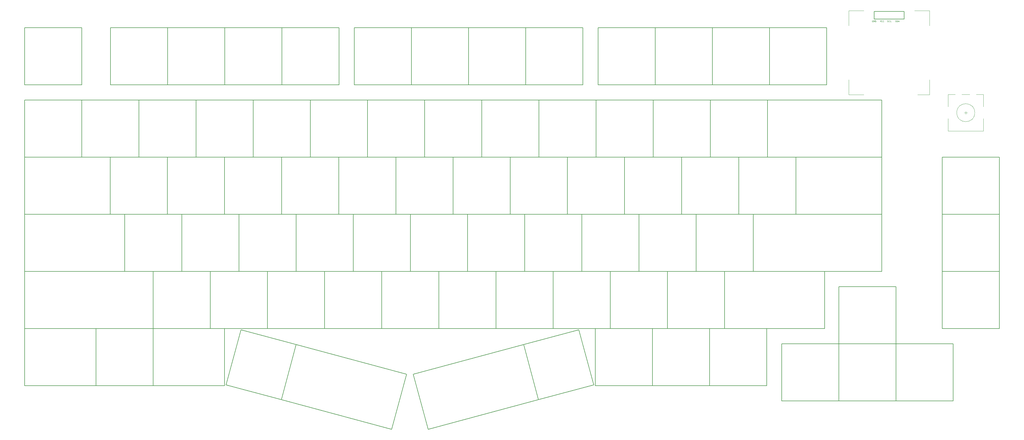
<source format=gbr>
%TF.GenerationSoftware,KiCad,Pcbnew,(5.1.10)-1*%
%TF.CreationDate,2022-01-11T00:39:54+01:00*%
%TF.ProjectId,middle,6d696464-6c65-42e6-9b69-6361645f7063,rev?*%
%TF.SameCoordinates,Original*%
%TF.FileFunction,Legend,Top*%
%TF.FilePolarity,Positive*%
%FSLAX46Y46*%
G04 Gerber Fmt 4.6, Leading zero omitted, Abs format (unit mm)*
G04 Created by KiCad (PCBNEW (5.1.10)-1) date 2022-01-11 00:39:54*
%MOMM*%
%LPD*%
G01*
G04 APERTURE LIST*
%ADD10C,0.150000*%
%ADD11C,0.120000*%
%ADD12C,0.100000*%
G04 APERTURE END LIST*
D10*
%TO.C,KE0*%
X56890000Y-166388999D02*
X99752500Y-166388999D01*
X56890000Y-185438999D02*
X56890000Y-166388999D01*
X99752500Y-166388999D02*
X99752500Y-185438999D01*
X99752500Y-185438999D02*
X56890000Y-185438999D01*
%TO.C,KD12*%
X299777499Y-147338999D02*
X342639999Y-147338999D01*
X299777499Y-166388999D02*
X299777499Y-147338999D01*
X342639999Y-147338999D02*
X342639999Y-166388999D01*
X342639999Y-166388999D02*
X299777499Y-166388999D01*
%TO.C,KB13*%
X342639999Y-128288999D02*
X304539999Y-128288999D01*
X304539999Y-128288999D02*
X304539999Y-109238999D01*
X304539999Y-109238999D02*
X342639999Y-109238999D01*
X342639999Y-109238999D02*
X342639999Y-128288999D01*
%TO.C,KF4*%
X179268929Y-219040953D02*
X142467155Y-209179947D01*
X142467155Y-209179947D02*
X147397658Y-190779060D01*
X147397658Y-190779060D02*
X184199432Y-200640066D01*
X184199432Y-200640066D02*
X179268929Y-219040953D01*
%TO.C,KF5*%
X228200344Y-209179947D02*
X191398570Y-219040953D01*
X191398570Y-219040953D02*
X186468067Y-200640066D01*
X186468067Y-200640066D02*
X223269841Y-190779060D01*
X223269841Y-190779060D02*
X228200344Y-209179947D01*
%TO.C,KC0*%
X85465000Y-147338999D02*
X56890000Y-147338999D01*
X56890000Y-128288999D02*
X85465000Y-128288999D01*
X56890000Y-147338999D02*
X56890000Y-128288999D01*
X85465000Y-128288999D02*
X85465000Y-147338999D01*
%TO.C,KC13*%
X342639999Y-147338999D02*
X314064999Y-147338999D01*
X314064999Y-128288999D02*
X342639999Y-128288999D01*
X314064999Y-147338999D02*
X314064999Y-128288999D01*
X342639999Y-128288999D02*
X342639999Y-147338999D01*
%TO.C,KD0*%
X56890000Y-166388999D02*
X56890000Y-147338999D01*
X90227500Y-166388999D02*
X56890000Y-166388999D01*
X56890000Y-147338999D02*
X90227500Y-147338999D01*
X90227500Y-147338999D02*
X90227500Y-166388999D01*
%TO.C,KE11*%
X290252499Y-185439000D02*
X290252499Y-166389000D01*
X323589999Y-185439000D02*
X290252499Y-185439000D01*
X290252499Y-166389000D02*
X323589999Y-166389000D01*
X323589999Y-166389000D02*
X323589999Y-185439000D01*
%TO.C,KF0*%
X80702500Y-185439000D02*
X80702500Y-204489000D01*
X56890000Y-204489000D02*
X56890000Y-185439000D01*
X56890000Y-185439000D02*
X80702500Y-185439000D01*
X56890000Y-204489000D02*
X80702500Y-204489000D01*
%TO.C,KF2*%
X123564999Y-185439000D02*
X123564999Y-204489000D01*
X99752499Y-204489000D02*
X99752499Y-185439000D01*
X99752499Y-185439000D02*
X123564999Y-185439000D01*
X99752499Y-204489000D02*
X123564999Y-204489000D01*
%TO.C,KA11*%
X305189999Y-104188999D02*
X286139999Y-104188999D01*
X305189999Y-85138999D02*
X305189999Y-104188999D01*
X286139999Y-104188999D02*
X286139999Y-85138999D01*
X286139999Y-85138999D02*
X305189999Y-85138999D01*
%TO.C,KA0*%
X75940000Y-104188999D02*
X56890000Y-104188999D01*
X75940000Y-85138999D02*
X75940000Y-104188999D01*
X56890000Y-104188999D02*
X56890000Y-85138999D01*
X56890000Y-85138999D02*
X75940000Y-85138999D01*
%TO.C,KA1*%
X104590000Y-104188999D02*
X85540000Y-104188999D01*
X104590000Y-85138999D02*
X104590000Y-104188999D01*
X85540000Y-104188999D02*
X85540000Y-85138999D01*
X85540000Y-85138999D02*
X104590000Y-85138999D01*
%TO.C,KA2*%
X123639999Y-104188999D02*
X104589999Y-104188999D01*
X123639999Y-85138999D02*
X123639999Y-104188999D01*
X104589999Y-104188999D02*
X104589999Y-85138999D01*
X104589999Y-85138999D02*
X123639999Y-85138999D01*
%TO.C,KA3*%
X142690000Y-104188999D02*
X123640000Y-104188999D01*
X142690000Y-85138999D02*
X142690000Y-104188999D01*
X123640000Y-104188999D02*
X123640000Y-85138999D01*
X123640000Y-85138999D02*
X142690000Y-85138999D01*
%TO.C,KA4*%
X161740000Y-104188999D02*
X142690000Y-104188999D01*
X161740000Y-85138999D02*
X161740000Y-104188999D01*
X142690000Y-104188999D02*
X142690000Y-85138999D01*
X142690000Y-85138999D02*
X161740000Y-85138999D01*
%TO.C,KA5*%
X185840000Y-104188999D02*
X166790000Y-104188999D01*
X185840000Y-85138999D02*
X185840000Y-104188999D01*
X166790000Y-104188999D02*
X166790000Y-85138999D01*
X166790000Y-85138999D02*
X185840000Y-85138999D01*
%TO.C,KA6*%
X204890000Y-104188999D02*
X185840000Y-104188999D01*
X204890000Y-85138999D02*
X204890000Y-104188999D01*
X185840000Y-104188999D02*
X185840000Y-85138999D01*
X185840000Y-85138999D02*
X204890000Y-85138999D01*
%TO.C,KA7*%
X223940000Y-104188999D02*
X204890000Y-104188999D01*
X223940000Y-85138999D02*
X223940000Y-104188999D01*
X204890000Y-104188999D02*
X204890000Y-85138999D01*
X204890000Y-85138999D02*
X223940000Y-85138999D01*
%TO.C,KA8*%
X242989999Y-104188999D02*
X223939999Y-104188999D01*
X242989999Y-85138999D02*
X242989999Y-104188999D01*
X223939999Y-104188999D02*
X223939999Y-85138999D01*
X223939999Y-85138999D02*
X242989999Y-85138999D01*
%TO.C,KA9*%
X267089999Y-104188999D02*
X248039999Y-104188999D01*
X267089999Y-85138999D02*
X267089999Y-104188999D01*
X248039999Y-104188999D02*
X248039999Y-85138999D01*
X248039999Y-85138999D02*
X267089999Y-85138999D01*
%TO.C,KA10*%
X286139999Y-104188999D02*
X267089999Y-104188999D01*
X286139999Y-85138999D02*
X286139999Y-104188999D01*
X267089999Y-104188999D02*
X267089999Y-85138999D01*
X267089999Y-85138999D02*
X286139999Y-85138999D01*
%TO.C,KA12*%
X324239999Y-104188999D02*
X305189999Y-104188999D01*
X324239999Y-85138999D02*
X324239999Y-104188999D01*
X305189999Y-104188999D02*
X305189999Y-85138999D01*
X305189999Y-85138999D02*
X324239999Y-85138999D01*
%TO.C,KB0*%
X75940000Y-128288999D02*
X56890000Y-128288999D01*
X75940000Y-109238999D02*
X75940000Y-128288999D01*
X56890000Y-128288999D02*
X56890000Y-109238999D01*
X56890000Y-109238999D02*
X75940000Y-109238999D01*
%TO.C,KB1*%
X94989999Y-128288999D02*
X75939999Y-128288999D01*
X94989999Y-109238999D02*
X94989999Y-128288999D01*
X75939999Y-128288999D02*
X75939999Y-109238999D01*
X75939999Y-109238999D02*
X94989999Y-109238999D01*
%TO.C,KB2*%
X114039999Y-128288999D02*
X94989999Y-128288999D01*
X114039999Y-109238999D02*
X114039999Y-128288999D01*
X94989999Y-128288999D02*
X94989999Y-109238999D01*
X94989999Y-109238999D02*
X114039999Y-109238999D01*
%TO.C,KB3*%
X133090000Y-128288999D02*
X114040000Y-128288999D01*
X133090000Y-109238999D02*
X133090000Y-128288999D01*
X114040000Y-128288999D02*
X114040000Y-109238999D01*
X114040000Y-109238999D02*
X133090000Y-109238999D01*
%TO.C,KB4*%
X152140000Y-128288999D02*
X133090000Y-128288999D01*
X152140000Y-109238999D02*
X152140000Y-128288999D01*
X133090000Y-128288999D02*
X133090000Y-109238999D01*
X133090000Y-109238999D02*
X152140000Y-109238999D01*
%TO.C,KB5*%
X171190000Y-128288999D02*
X152140000Y-128288999D01*
X171190000Y-109238999D02*
X171190000Y-128288999D01*
X152140000Y-128288999D02*
X152140000Y-109238999D01*
X152140000Y-109238999D02*
X171190000Y-109238999D01*
%TO.C,KB6*%
X190240000Y-128288999D02*
X171190000Y-128288999D01*
X190240000Y-109238999D02*
X190240000Y-128288999D01*
X171190000Y-128288999D02*
X171190000Y-109238999D01*
X171190000Y-109238999D02*
X190240000Y-109238999D01*
%TO.C,KB7*%
X209290000Y-128288999D02*
X190240000Y-128288999D01*
X209290000Y-109238999D02*
X209290000Y-128288999D01*
X190240000Y-128288999D02*
X190240000Y-109238999D01*
X190240000Y-109238999D02*
X209290000Y-109238999D01*
%TO.C,KB8*%
X228340000Y-128288999D02*
X209290000Y-128288999D01*
X228340000Y-109238999D02*
X228340000Y-128288999D01*
X209290000Y-128288999D02*
X209290000Y-109238999D01*
X209290000Y-109238999D02*
X228340000Y-109238999D01*
%TO.C,KB9*%
X247390000Y-128288999D02*
X228340000Y-128288999D01*
X247390000Y-109238999D02*
X247390000Y-128288999D01*
X228340000Y-128288999D02*
X228340000Y-109238999D01*
X228340000Y-109238999D02*
X247390000Y-109238999D01*
%TO.C,KB10*%
X266440000Y-128288999D02*
X247390000Y-128288999D01*
X266440000Y-109238999D02*
X266440000Y-128288999D01*
X247390000Y-128288999D02*
X247390000Y-109238999D01*
X247390000Y-109238999D02*
X266440000Y-109238999D01*
%TO.C,KB11*%
X285489999Y-128288999D02*
X266439999Y-128288999D01*
X285489999Y-109238999D02*
X285489999Y-128288999D01*
X266439999Y-128288999D02*
X266439999Y-109238999D01*
X266439999Y-109238999D02*
X285489999Y-109238999D01*
%TO.C,KB12*%
X304539999Y-128288999D02*
X285489999Y-128288999D01*
X304539999Y-109238999D02*
X304539999Y-128288999D01*
X285489999Y-128288999D02*
X285489999Y-109238999D01*
X285489999Y-109238999D02*
X304539999Y-109238999D01*
%TO.C,KC1*%
X104515000Y-147338999D02*
X85465000Y-147338999D01*
X104515000Y-128288999D02*
X104515000Y-147338999D01*
X85465000Y-147338999D02*
X85465000Y-128288999D01*
X85465000Y-128288999D02*
X104515000Y-128288999D01*
%TO.C,KC2*%
X123565000Y-147338999D02*
X104515000Y-147338999D01*
X123565000Y-128288999D02*
X123565000Y-147338999D01*
X104515000Y-147338999D02*
X104515000Y-128288999D01*
X104515000Y-128288999D02*
X123565000Y-128288999D01*
%TO.C,KC3*%
X142615000Y-147338999D02*
X123565000Y-147338999D01*
X142615000Y-128288999D02*
X142615000Y-147338999D01*
X123565000Y-147338999D02*
X123565000Y-128288999D01*
X123565000Y-128288999D02*
X142615000Y-128288999D01*
%TO.C,KC4*%
X161665000Y-147338999D02*
X142615000Y-147338999D01*
X161665000Y-128288999D02*
X161665000Y-147338999D01*
X142615000Y-147338999D02*
X142615000Y-128288999D01*
X142615000Y-128288999D02*
X161665000Y-128288999D01*
%TO.C,KC5*%
X180715000Y-147338999D02*
X161665000Y-147338999D01*
X180715000Y-128288999D02*
X180715000Y-147338999D01*
X161665000Y-147338999D02*
X161665000Y-128288999D01*
X161665000Y-128288999D02*
X180715000Y-128288999D01*
%TO.C,KC6*%
X199765000Y-147338999D02*
X180715000Y-147338999D01*
X199765000Y-128288999D02*
X199765000Y-147338999D01*
X180715000Y-147338999D02*
X180715000Y-128288999D01*
X180715000Y-128288999D02*
X199765000Y-128288999D01*
%TO.C,KC7*%
X218815000Y-147338999D02*
X199765000Y-147338999D01*
X218815000Y-128288999D02*
X218815000Y-147338999D01*
X199765000Y-147338999D02*
X199765000Y-128288999D01*
X199765000Y-128288999D02*
X218815000Y-128288999D01*
%TO.C,KC8*%
X237865000Y-147338999D02*
X218815000Y-147338999D01*
X237865000Y-128288999D02*
X237865000Y-147338999D01*
X218815000Y-147338999D02*
X218815000Y-128288999D01*
X218815000Y-128288999D02*
X237865000Y-128288999D01*
%TO.C,KC9*%
X256915000Y-147338999D02*
X237865000Y-147338999D01*
X256915000Y-128288999D02*
X256915000Y-147338999D01*
X237865000Y-147338999D02*
X237865000Y-128288999D01*
X237865000Y-128288999D02*
X256915000Y-128288999D01*
%TO.C,KC10*%
X275964999Y-147338999D02*
X256914999Y-147338999D01*
X275964999Y-128288999D02*
X275964999Y-147338999D01*
X256914999Y-147338999D02*
X256914999Y-128288999D01*
X256914999Y-128288999D02*
X275964999Y-128288999D01*
%TO.C,KC11*%
X295014999Y-147338999D02*
X275964999Y-147338999D01*
X295014999Y-128288999D02*
X295014999Y-147338999D01*
X275964999Y-147338999D02*
X275964999Y-128288999D01*
X275964999Y-128288999D02*
X295014999Y-128288999D01*
%TO.C,KD1*%
X109277500Y-166389000D02*
X90227500Y-166389000D01*
X109277500Y-147339000D02*
X109277500Y-166389000D01*
X90227500Y-166389000D02*
X90227500Y-147339000D01*
X90227500Y-147339000D02*
X109277500Y-147339000D01*
%TO.C,KD2*%
X128327500Y-166389000D02*
X109277500Y-166389000D01*
X128327500Y-147339000D02*
X128327500Y-166389000D01*
X109277500Y-166389000D02*
X109277500Y-147339000D01*
X109277500Y-147339000D02*
X128327500Y-147339000D01*
%TO.C,KD3*%
X147377500Y-166389000D02*
X128327500Y-166389000D01*
X147377500Y-147339000D02*
X147377500Y-166389000D01*
X128327500Y-166389000D02*
X128327500Y-147339000D01*
X128327500Y-147339000D02*
X147377500Y-147339000D01*
%TO.C,KD4*%
X166427500Y-166389000D02*
X147377500Y-166389000D01*
X166427500Y-147339000D02*
X166427500Y-166389000D01*
X147377500Y-166389000D02*
X147377500Y-147339000D01*
X147377500Y-147339000D02*
X166427500Y-147339000D01*
%TO.C,KD5*%
X185477500Y-166389000D02*
X166427500Y-166389000D01*
X185477500Y-147339000D02*
X185477500Y-166389000D01*
X166427500Y-166389000D02*
X166427500Y-147339000D01*
X166427500Y-147339000D02*
X185477500Y-147339000D01*
%TO.C,KD6*%
X204527500Y-166389000D02*
X185477500Y-166389000D01*
X204527500Y-147339000D02*
X204527500Y-166389000D01*
X185477500Y-166389000D02*
X185477500Y-147339000D01*
X185477500Y-147339000D02*
X204527500Y-147339000D01*
%TO.C,KD7*%
X223577500Y-166389000D02*
X204527500Y-166389000D01*
X223577500Y-147339000D02*
X223577500Y-166389000D01*
X204527500Y-166389000D02*
X204527500Y-147339000D01*
X204527500Y-147339000D02*
X223577500Y-147339000D01*
%TO.C,KD8*%
X242627500Y-166389000D02*
X223577500Y-166389000D01*
X242627500Y-147339000D02*
X242627500Y-166389000D01*
X223577500Y-166389000D02*
X223577500Y-147339000D01*
X223577500Y-147339000D02*
X242627500Y-147339000D01*
%TO.C,KD9*%
X261677500Y-166389000D02*
X242627500Y-166389000D01*
X261677500Y-147339000D02*
X261677500Y-166389000D01*
X242627500Y-166389000D02*
X242627500Y-147339000D01*
X242627500Y-147339000D02*
X261677500Y-147339000D01*
%TO.C,KD10*%
X280727499Y-166389000D02*
X261677499Y-166389000D01*
X280727499Y-147339000D02*
X280727499Y-166389000D01*
X261677499Y-166389000D02*
X261677499Y-147339000D01*
X261677499Y-147339000D02*
X280727499Y-147339000D01*
%TO.C,KD11*%
X299777499Y-166389000D02*
X280727499Y-166389000D01*
X299777499Y-147339000D02*
X299777499Y-166389000D01*
X280727499Y-166389000D02*
X280727499Y-147339000D01*
X280727499Y-147339000D02*
X299777499Y-147339000D01*
%TO.C,KE1*%
X118802500Y-185439000D02*
X99752500Y-185439000D01*
X118802500Y-166389000D02*
X118802500Y-185439000D01*
X99752500Y-185439000D02*
X99752500Y-166389000D01*
X99752500Y-166389000D02*
X118802500Y-166389000D01*
%TO.C,KE2*%
X137852500Y-185439000D02*
X118802500Y-185439000D01*
X137852500Y-166389000D02*
X137852500Y-185439000D01*
X118802500Y-185439000D02*
X118802500Y-166389000D01*
X118802500Y-166389000D02*
X137852500Y-166389000D01*
%TO.C,KE3*%
X156902500Y-185439000D02*
X137852500Y-185439000D01*
X156902500Y-166389000D02*
X156902500Y-185439000D01*
X137852500Y-185439000D02*
X137852500Y-166389000D01*
X137852500Y-166389000D02*
X156902500Y-166389000D01*
%TO.C,KE4*%
X175952500Y-185439000D02*
X156902500Y-185439000D01*
X175952500Y-166389000D02*
X175952500Y-185439000D01*
X156902500Y-185439000D02*
X156902500Y-166389000D01*
X156902500Y-166389000D02*
X175952500Y-166389000D01*
%TO.C,KE5*%
X195002500Y-185439000D02*
X175952500Y-185439000D01*
X195002500Y-166389000D02*
X195002500Y-185439000D01*
X175952500Y-185439000D02*
X175952500Y-166389000D01*
X175952500Y-166389000D02*
X195002500Y-166389000D01*
%TO.C,KE6*%
X214052500Y-185439000D02*
X195002500Y-185439000D01*
X214052500Y-166389000D02*
X214052500Y-185439000D01*
X195002500Y-185439000D02*
X195002500Y-166389000D01*
X195002500Y-166389000D02*
X214052500Y-166389000D01*
%TO.C,KE7*%
X233102500Y-185439000D02*
X214052500Y-185439000D01*
X233102500Y-166389000D02*
X233102500Y-185439000D01*
X214052500Y-185439000D02*
X214052500Y-166389000D01*
X214052500Y-166389000D02*
X233102500Y-166389000D01*
%TO.C,KE8*%
X252152500Y-185439000D02*
X233102500Y-185439000D01*
X252152500Y-166389000D02*
X252152500Y-185439000D01*
X233102500Y-185439000D02*
X233102500Y-166389000D01*
X233102500Y-166389000D02*
X252152500Y-166389000D01*
%TO.C,KE9*%
X271202499Y-185439000D02*
X252152499Y-185439000D01*
X271202499Y-166389000D02*
X271202499Y-185439000D01*
X252152499Y-185439000D02*
X252152499Y-166389000D01*
X252152499Y-166389000D02*
X271202499Y-166389000D01*
%TO.C,KE10*%
X290252499Y-185439000D02*
X271202499Y-185439000D01*
X290252499Y-166389000D02*
X290252499Y-185439000D01*
X271202499Y-185439000D02*
X271202499Y-166389000D01*
X271202499Y-166389000D02*
X290252499Y-166389000D01*
%TO.C,KE12*%
X347402499Y-190488999D02*
X328352499Y-190488999D01*
X347402499Y-171438999D02*
X347402499Y-190488999D01*
X328352499Y-190488999D02*
X328352499Y-171438999D01*
X328352499Y-171438999D02*
X347402499Y-171438999D01*
%TO.C,KF1*%
X99752500Y-204489000D02*
X80702500Y-204489000D01*
X99752500Y-185439000D02*
X99752500Y-204489000D01*
X80702500Y-204489000D02*
X80702500Y-185439000D01*
X80702500Y-185439000D02*
X99752500Y-185439000D01*
%TO.C,KF3*%
X142467156Y-209179947D02*
X124066269Y-204249444D01*
X147397659Y-190779060D02*
X142467156Y-209179947D01*
X124066269Y-204249444D02*
X128996772Y-185848557D01*
X128996772Y-185848557D02*
X147397659Y-190779060D01*
%TO.C,KF6*%
X246601231Y-204249444D02*
X228200344Y-209179947D01*
X241670728Y-185848557D02*
X246601231Y-204249444D01*
X228200344Y-209179947D02*
X223269841Y-190779060D01*
X223269841Y-190779060D02*
X241670728Y-185848557D01*
%TO.C,KF8*%
X285202500Y-204489000D02*
X266152500Y-204489000D01*
X285202500Y-185439000D02*
X285202500Y-204489000D01*
X266152500Y-204489000D02*
X266152500Y-185439000D01*
X266152500Y-185439000D02*
X285202500Y-185439000D01*
%TO.C,KF10*%
X328352500Y-209538999D02*
X309302500Y-209538999D01*
X328352500Y-190488999D02*
X328352500Y-209538999D01*
X309302500Y-209538999D02*
X309302500Y-190488999D01*
X309302500Y-190488999D02*
X328352500Y-190488999D01*
%TO.C,KF11*%
X347402500Y-209538999D02*
X328352500Y-209538999D01*
X347402500Y-190488999D02*
X347402500Y-209538999D01*
X328352500Y-209538999D02*
X328352500Y-190488999D01*
X328352500Y-190488999D02*
X347402500Y-190488999D01*
%TO.C,KF12*%
X366452499Y-209538999D02*
X347402499Y-209538999D01*
X366452499Y-190488999D02*
X366452499Y-209538999D01*
X347402499Y-209538999D02*
X347402499Y-190488999D01*
X347402499Y-190488999D02*
X366452499Y-190488999D01*
%TO.C,KC12*%
X314064999Y-147338999D02*
X295014999Y-147338999D01*
X314064999Y-128288999D02*
X314064999Y-147338999D01*
X295014999Y-147338999D02*
X295014999Y-128288999D01*
X295014999Y-128288999D02*
X314064999Y-128288999D01*
%TO.C,KF7*%
X266152499Y-204489000D02*
X247102499Y-204489000D01*
X266152499Y-185439000D02*
X266152499Y-204489000D01*
X247102499Y-204489000D02*
X247102499Y-185439000D01*
X247102499Y-185439000D02*
X266152499Y-185439000D01*
%TO.C,KF9*%
X304252500Y-204489000D02*
X285202500Y-204489000D01*
X304252500Y-185439000D02*
X304252500Y-204489000D01*
X285202500Y-204489000D02*
X285202500Y-185439000D01*
X285202500Y-185439000D02*
X304252500Y-185439000D01*
%TO.C,KD13*%
X362839999Y-147338999D02*
X362839999Y-128288999D01*
X381889999Y-147338999D02*
X362839999Y-147338999D01*
X362839999Y-128288999D02*
X381889999Y-128288999D01*
X381889999Y-128288999D02*
X381889999Y-147338999D01*
%TO.C,KE13*%
X362839999Y-166389000D02*
X362839999Y-147339000D01*
X381889999Y-166389000D02*
X362839999Y-166389000D01*
X362839999Y-147339000D02*
X381889999Y-147339000D01*
X381889999Y-147339000D02*
X381889999Y-166389000D01*
%TO.C,KF13*%
X362839999Y-185439000D02*
X362839999Y-166389000D01*
X381889999Y-185439000D02*
X362839999Y-185439000D01*
X362839999Y-166389000D02*
X381889999Y-166389000D01*
X381889999Y-166389000D02*
X381889999Y-185439000D01*
D11*
%TO.C,SW99*%
X373650000Y-113462000D02*
G75*
G03*
X373650000Y-113462000I-3000000J0D01*
G01*
X364750000Y-111462000D02*
X364750000Y-107362000D01*
X376550000Y-107362000D02*
X376550000Y-111462000D01*
X376550000Y-115462000D02*
X376550000Y-119562000D01*
X364750000Y-115462000D02*
X364750000Y-119562000D01*
X364750000Y-119562000D02*
X376550000Y-119562000D01*
X364750000Y-107362000D02*
X367150000Y-107362000D01*
X369350000Y-107362000D02*
X371950000Y-107362000D01*
X374150000Y-107362000D02*
X376550000Y-107362000D01*
X370150000Y-113462000D02*
X371150000Y-113462000D01*
X370650000Y-113962000D02*
X370650000Y-112962000D01*
%TO.C,J1*%
X331600000Y-84452000D02*
X331600000Y-79452000D01*
X358600000Y-79452000D02*
X358600000Y-84452000D01*
X353600000Y-79452000D02*
X358600000Y-79452000D01*
X358600000Y-107452000D02*
X354600000Y-107452000D01*
X331600000Y-107452000D02*
X336600000Y-107452000D01*
X331600000Y-107452000D02*
X331600000Y-102452000D01*
X358600000Y-107452000D02*
X358600000Y-102452000D01*
X331600000Y-79452000D02*
X336600000Y-79452000D01*
D10*
X350100000Y-79706000D02*
X350100000Y-82246000D01*
X340100000Y-82246000D02*
X340100000Y-79706000D01*
X340100000Y-79706000D02*
X350100000Y-79706000D01*
X340100000Y-82246000D02*
X350100000Y-82246000D01*
D12*
X339719047Y-82702000D02*
X339671428Y-82678190D01*
X339600000Y-82678190D01*
X339528571Y-82702000D01*
X339480952Y-82749619D01*
X339457142Y-82797238D01*
X339433333Y-82892476D01*
X339433333Y-82963904D01*
X339457142Y-83059142D01*
X339480952Y-83106761D01*
X339528571Y-83154380D01*
X339600000Y-83178190D01*
X339647619Y-83178190D01*
X339719047Y-83154380D01*
X339742857Y-83130571D01*
X339742857Y-82963904D01*
X339647619Y-82963904D01*
X339957142Y-83178190D02*
X339957142Y-82678190D01*
X340242857Y-83178190D01*
X340242857Y-82678190D01*
X340480952Y-83178190D02*
X340480952Y-82678190D01*
X340600000Y-82678190D01*
X340671428Y-82702000D01*
X340719047Y-82749619D01*
X340742857Y-82797238D01*
X340766666Y-82892476D01*
X340766666Y-82963904D01*
X340742857Y-83059142D01*
X340719047Y-83106761D01*
X340671428Y-83154380D01*
X340600000Y-83178190D01*
X340480952Y-83178190D01*
X342033333Y-82678190D02*
X342200000Y-83178190D01*
X342366666Y-82678190D01*
X342819047Y-83130571D02*
X342795238Y-83154380D01*
X342723809Y-83178190D01*
X342676190Y-83178190D01*
X342604761Y-83154380D01*
X342557142Y-83106761D01*
X342533333Y-83059142D01*
X342509523Y-82963904D01*
X342509523Y-82892476D01*
X342533333Y-82797238D01*
X342557142Y-82749619D01*
X342604761Y-82702000D01*
X342676190Y-82678190D01*
X342723809Y-82678190D01*
X342795238Y-82702000D01*
X342819047Y-82725809D01*
X343319047Y-83130571D02*
X343295238Y-83154380D01*
X343223809Y-83178190D01*
X343176190Y-83178190D01*
X343104761Y-83154380D01*
X343057142Y-83106761D01*
X343033333Y-83059142D01*
X343009523Y-82963904D01*
X343009523Y-82892476D01*
X343033333Y-82797238D01*
X343057142Y-82749619D01*
X343104761Y-82702000D01*
X343176190Y-82678190D01*
X343223809Y-82678190D01*
X343295238Y-82702000D01*
X343319047Y-82725809D01*
X344504761Y-83154380D02*
X344576190Y-83178190D01*
X344695238Y-83178190D01*
X344742857Y-83154380D01*
X344766666Y-83130571D01*
X344790476Y-83082952D01*
X344790476Y-83035333D01*
X344766666Y-82987714D01*
X344742857Y-82963904D01*
X344695238Y-82940095D01*
X344600000Y-82916285D01*
X344552380Y-82892476D01*
X344528571Y-82868666D01*
X344504761Y-82821047D01*
X344504761Y-82773428D01*
X344528571Y-82725809D01*
X344552380Y-82702000D01*
X344600000Y-82678190D01*
X344719047Y-82678190D01*
X344790476Y-82702000D01*
X345290476Y-83130571D02*
X345266666Y-83154380D01*
X345195238Y-83178190D01*
X345147619Y-83178190D01*
X345076190Y-83154380D01*
X345028571Y-83106761D01*
X345004761Y-83059142D01*
X344980952Y-82963904D01*
X344980952Y-82892476D01*
X345004761Y-82797238D01*
X345028571Y-82749619D01*
X345076190Y-82702000D01*
X345147619Y-82678190D01*
X345195238Y-82678190D01*
X345266666Y-82702000D01*
X345290476Y-82725809D01*
X345742857Y-83178190D02*
X345504761Y-83178190D01*
X345504761Y-82678190D01*
X347192857Y-83154380D02*
X347264285Y-83178190D01*
X347383333Y-83178190D01*
X347430952Y-83154380D01*
X347454761Y-83130571D01*
X347478571Y-83082952D01*
X347478571Y-83035333D01*
X347454761Y-82987714D01*
X347430952Y-82963904D01*
X347383333Y-82940095D01*
X347288095Y-82916285D01*
X347240476Y-82892476D01*
X347216666Y-82868666D01*
X347192857Y-82821047D01*
X347192857Y-82773428D01*
X347216666Y-82725809D01*
X347240476Y-82702000D01*
X347288095Y-82678190D01*
X347407142Y-82678190D01*
X347478571Y-82702000D01*
X347692857Y-83178190D02*
X347692857Y-82678190D01*
X347811904Y-82678190D01*
X347883333Y-82702000D01*
X347930952Y-82749619D01*
X347954761Y-82797238D01*
X347978571Y-82892476D01*
X347978571Y-82963904D01*
X347954761Y-83059142D01*
X347930952Y-83106761D01*
X347883333Y-83154380D01*
X347811904Y-83178190D01*
X347692857Y-83178190D01*
X348169047Y-83035333D02*
X348407142Y-83035333D01*
X348121428Y-83178190D02*
X348288095Y-82678190D01*
X348454761Y-83178190D01*
%TD*%
M02*

</source>
